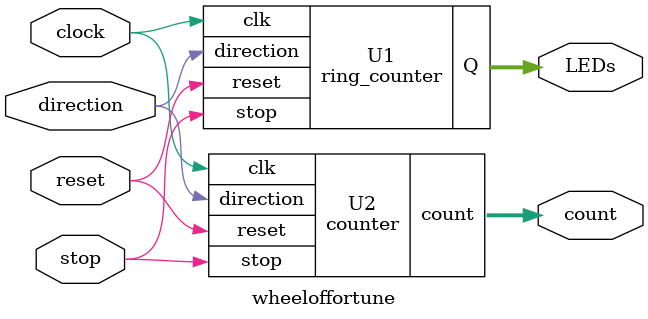
<source format=sv>

module ring_counter(clk, reset, stop, direction, Q);
input clk, reset, stop, direction;
output [7:0] Q;

reg [7:0] Qtemp = 8'b00000001; 

 always @(posedge clk) 
    begin 
        if (reset == 1'b1)   
            Qtemp <= 8'b00000001;  
        else if (stop == 1'b1) 
	        Qtemp <= 8'b00000001; 
        else if (direction == 1'b1)
            Qtemp <= {Qtemp[0],Qtemp[7:1]};    //shifting right
        else   
            Qtemp <= {Qtemp[6:0],Qtemp[7]};    //shifting left
    end
assign Q = Qtemp; 

endmodule

module counter(clk, reset, stop, direction, count);
input clk, direction;  // clock, direction for counting up or down       
input reset, stop;   // reset, stop signal

output reg [3:0] count = 0; // output register

always @(posedge clk) 
begin
  if (reset == 1'b1) 
     count <= 0; // reset the counter
  else if (stop == 1'b1)
     count <= count; // do nothing
  else if (direction == 1'b1) 
     count <= count + 1; // count up
  else
     count <= count - 1; // count down
end	

endmodule

module wheeloffortune(clock, reset, stop, direction, LEDs, count);
input clock, reset, stop, direction;
output [7:0] LEDs; 
output [3:0] count;

ring_counter U1(clock, reset, stop, direction, LEDs);  // instantiate the ring counter
counter U2(clock, reset, stop, direction, count);  // instantiate counter
endmodule
</source>
